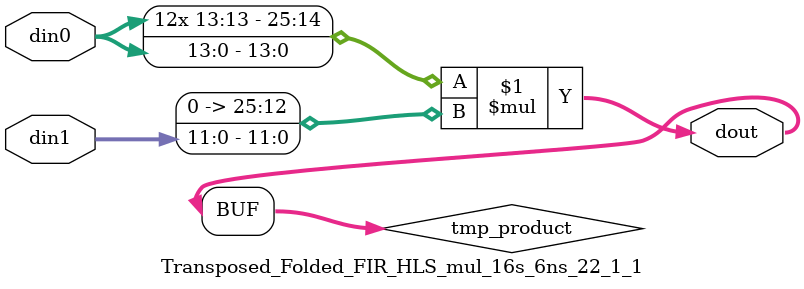
<source format=v>

`timescale 1 ns / 1 ps

 module Transposed_Folded_FIR_HLS_mul_16s_6ns_22_1_1(din0, din1, dout);
parameter ID = 1;
parameter NUM_STAGE = 0;
parameter din0_WIDTH = 14;
parameter din1_WIDTH = 12;
parameter dout_WIDTH = 26;

input [din0_WIDTH - 1 : 0] din0; 
input [din1_WIDTH - 1 : 0] din1; 
output [dout_WIDTH - 1 : 0] dout;

wire signed [dout_WIDTH - 1 : 0] tmp_product;


























assign tmp_product = $signed(din0) * $signed({1'b0, din1});









assign dout = tmp_product;





















endmodule

</source>
